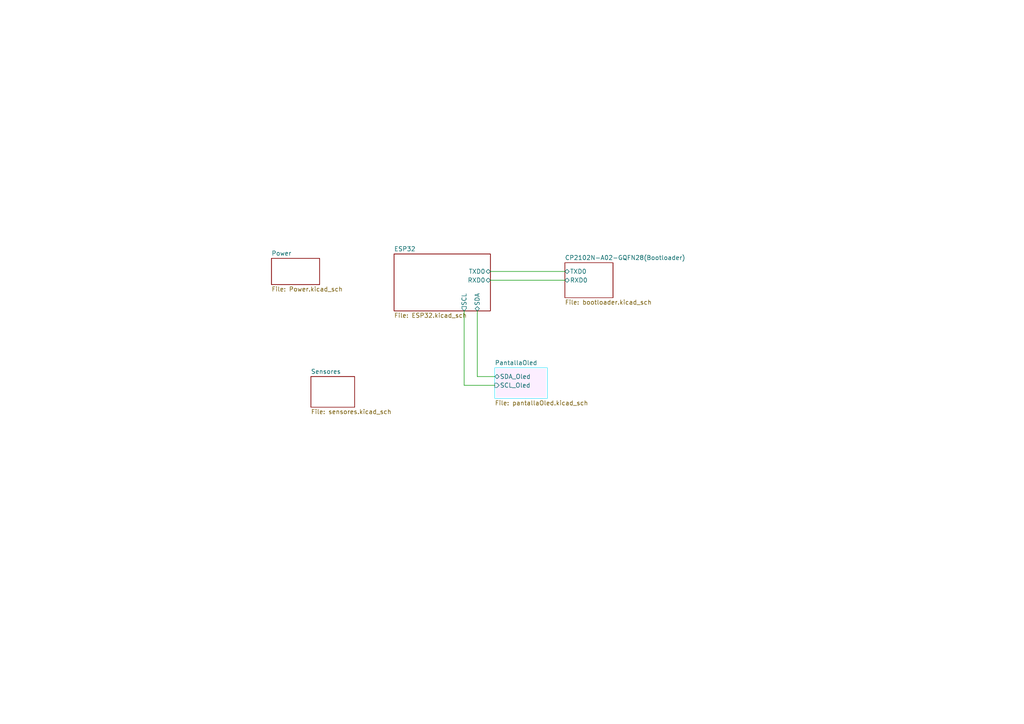
<source format=kicad_sch>
(kicad_sch (version 20211123) (generator eeschema)
  (paper "A4")
  (lib_symbols)
  (wire (pts (xy 143.51 111.76) (xy 134.62 111.76)))
  (wire (pts (xy 134.62 111.76) (xy 134.62 90.17)))
  (wire (pts (xy 138.43 109.22) (xy 138.43 90.17)))
  (wire (pts (xy 142.24 81.28) (xy 163.83 81.28)))
  (wire (pts (xy 142.24 78.74) (xy 163.83 78.74)))
  (wire (pts (xy 143.51 109.22) (xy 138.43 109.22)))
  (sheet (at 143.51 106.68) (size 15.24 8.89) (stroke (width 0.1524) (color 50 226 255 1)) (fill (color 252 238 255 1.0000))
    (property "Sheet name" "PantallaOled" (at 143.51 105.9684 0) (effects (justify left bottom)))
    (property "Sheet file" "pantallaOled.kicad_sch" (at 143.51 116.1546 0) (effects (justify left top)))
    (pin "SCL_Oled" input (at 143.51 111.76 180))
    (pin "SDA_Oled" bidirectional (at 143.51 109.22 180))
  )
  (sheet (at 78.74 74.93) (size 13.97 7.62) (stroke (width 0.1524))
    (property "Sheet name" "Power" (at 78.74 74.2184 0) (effects (justify left bottom)))
    (property "Sheet file" "Power.kicad_sch" (at 78.74 83.1346 0) (effects (justify left top)))
  )
  (sheet (at 90.17 109.22) (size 12.7 8.89) (stroke (width 0.1524))
    (property "Sheet name" "Sensores" (at 90.17 108.5084 0) (effects (justify left bottom)))
    (property "Sheet file" "sensores.kicad_sch" (at 90.17 118.6946 0) (effects (justify left top)))
  )
  (sheet (at 114.3 73.66) (size 27.94 16.51) (stroke (width 0.1524))
    (property "Sheet name" "ESP32" (at 114.3 72.9484 0) (effects (justify left bottom)))
    (property "Sheet file" "ESP32.kicad_sch" (at 114.3 90.7546 0) (effects (justify left top)))
    (pin "TXD0" bidirectional (at 142.24 78.74 0))
    (pin "RXD0" bidirectional (at 142.24 81.28 0))
    (pin "SDA" bidirectional (at 138.43 90.17 270))
    (pin "SCL" output (at 134.62 90.17 270))
  )
  (sheet (at 163.83 76.2) (size 13.97 10.16) (stroke (width 0.1524))
    (property "Sheet name" "CP2102N-A02-GQFN28(Bootloader)" (at 163.83 75.4884 0) (effects (justify left bottom)))
    (property "Sheet file" "bootloader.kicad_sch" (at 163.83 86.9446 0) (effects (justify left top)))
    (pin "TXD0" bidirectional (at 163.83 78.74 180))
    (pin "RXD0" bidirectional (at 163.83 81.28 180))
  )
)
</source>
